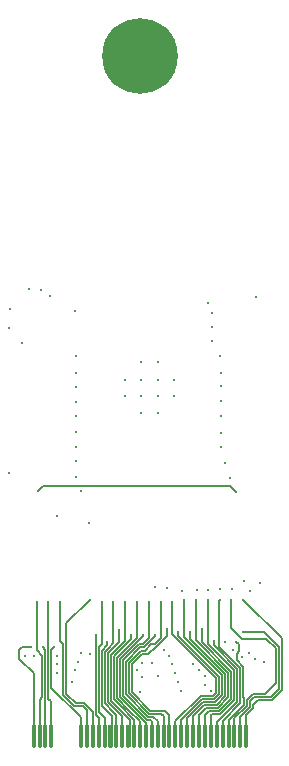
<source format=gbr>
%TF.GenerationSoftware,KiCad,Pcbnew,7.0.5*%
%TF.CreationDate,2023-09-25T03:15:30-05:00*%
%TF.ProjectId,Chimera_Nimean,4368696d-6572-4615-9f4e-696d65616e2e,rev?*%
%TF.SameCoordinates,Original*%
%TF.FileFunction,Copper,L4,Bot*%
%TF.FilePolarity,Positive*%
%FSLAX46Y46*%
G04 Gerber Fmt 4.6, Leading zero omitted, Abs format (unit mm)*
G04 Created by KiCad (PCBNEW 7.0.5) date 2023-09-25 03:15:30*
%MOMM*%
%LPD*%
G01*
G04 APERTURE LIST*
%TA.AperFunction,ConnectorPad*%
%ADD10C,6.400000*%
%TD*%
%TA.AperFunction,ComponentPad*%
%ADD11C,3.600000*%
%TD*%
%TA.AperFunction,SMDPad,CuDef*%
%ADD12R,0.350000X1.950000*%
%TD*%
%TA.AperFunction,ViaPad*%
%ADD13C,0.330000*%
%TD*%
%TA.AperFunction,Conductor*%
%ADD14C,0.127000*%
%TD*%
G04 APERTURE END LIST*
D10*
%TO.P,H1,1*%
%TO.N,N/C*%
X155000000Y-71000000D03*
D11*
X155000000Y-71000000D03*
%TD*%
D12*
%TO.P,U2,2,1*%
%TO.N,Net-(CN1-1-Pad73)*%
X164000000Y-128575000D03*
%TO.P,U2,4,1*%
%TO.N,Net-(CN1-1-Pad71)*%
X163500000Y-128575000D03*
%TO.P,U2,6,1*%
%TO.N,Net-(CN1-1-Pad69)*%
X163000000Y-128575000D03*
%TO.P,U2,8,1*%
%TO.N,BOOT*%
X162500000Y-128575000D03*
%TO.P,U2,10,1*%
%TO.N,IO35*%
X162000000Y-128575000D03*
%TO.P,U2,12,12*%
%TO.N,IO36*%
X161500000Y-128575000D03*
%TO.P,U2,14,14*%
%TO.N,IO37*%
X161000000Y-128575000D03*
%TO.P,U2,16,16*%
%TO.N,IO38*%
X160500000Y-128575000D03*
%TO.P,U2,18,18*%
%TO.N,IO39*%
X160000000Y-128575000D03*
%TO.P,U2,20,20*%
%TO.N,IO40*%
X159500000Y-128575000D03*
%TO.P,U2,22,20*%
%TO.N,IO41*%
X159000000Y-128575000D03*
%TO.P,U2,24,20*%
%TO.N,IO42*%
X158500000Y-128575000D03*
%TO.P,U2,26,20*%
%TO.N,RXD0*%
X158000000Y-128575000D03*
%TO.P,U2,28,20*%
%TO.N,TXD0*%
X157500000Y-128575000D03*
%TO.P,U2,30,20*%
%TO.N,IO2*%
X157000000Y-128575000D03*
%TO.P,U2,32,20*%
%TO.N,IO1*%
X156500000Y-128575000D03*
%TO.P,U2,34,20*%
%TO.N,IO45*%
X156000000Y-128575000D03*
%TO.P,U2,36,20*%
%TO.N,IO48*%
X155500000Y-128575000D03*
%TO.P,U2,38,20*%
%TO.N,IO47*%
X155000000Y-128575000D03*
%TO.P,U2,40,20*%
%TO.N,IO21*%
X154500000Y-128575000D03*
%TO.P,U2,42,20*%
%TO.N,IO14*%
X154000000Y-128575000D03*
%TO.P,U2,44,20*%
%TO.N,IO13*%
X153500000Y-128575000D03*
%TO.P,U2,46,20*%
%TO.N,IO12*%
X153000000Y-128575000D03*
%TO.P,U2,48,20*%
%TO.N,IO11*%
X152500000Y-128575000D03*
%TO.P,U2,50,20*%
%TO.N,IO10*%
X152000000Y-128575000D03*
%TO.P,U2,52,20*%
%TO.N,IO9*%
X151500000Y-128575000D03*
%TO.P,U2,54,20*%
%TO.N,IO46*%
X151000000Y-128575000D03*
%TO.P,U2,56,20*%
%TO.N,IO3*%
X150500000Y-128575000D03*
%TO.P,U2,58,20*%
%TO.N,Net-(CN1-1-Pad9)*%
X150000000Y-128575000D03*
%TO.P,U2,68,1*%
%TO.N,Net-(CN1-1-Pad7)*%
X147500000Y-128575000D03*
%TO.P,U2,70,1*%
%TO.N,Net-(CN1-1-Pad5)*%
X147000000Y-128575000D03*
%TO.P,U2,72,1*%
%TO.N,Net-(CN1-1-Pad3)*%
X146500000Y-128575000D03*
%TO.P,U2,74,1*%
%TO.N,+3V3*%
X146000000Y-128575000D03*
%TD*%
D13*
%TO.N,GND*%
X164300000Y-116300000D03*
%TO.N,BOOT*%
X146400000Y-107800000D03*
%TO.N,Net-(CN1-1-Pad2)*%
X145250000Y-121750000D03*
%TO.N,Net-(CN1-1-Pad4)*%
X146000000Y-121750000D03*
%TO.N,Net-(CN1-1-Pad6)*%
X148000000Y-121750000D03*
%TO.N,Net-(CN1-1-Pad8)*%
X148000000Y-122500000D03*
%TO.N,Net-(CN1-1-Pad10)*%
X148000000Y-123250000D03*
%TO.N,Net-(CN1-20-Pad58)*%
X160500000Y-123500000D03*
%TO.N,Net-(CN1-20-Pad60)*%
X160500191Y-124250000D03*
%TO.N,Net-(CN1-20-Pad62)*%
X161000064Y-124750000D03*
%TO.N,Net-(CN1-20-Pad64)*%
X162200000Y-120600000D03*
%TO.N,Net-(CN1-1-Pad66)*%
X162900000Y-121300000D03*
%TO.N,Net-(CN1-1-Pad68)*%
X163600000Y-121900000D03*
%TO.N,Net-(CN1-1-Pad70)*%
X164250000Y-121500000D03*
%TO.N,Net-(CN1-1-Pad72)*%
X164750000Y-122000000D03*
%TO.N,Net-(CN1-1-Pad74)*%
X165500000Y-122250000D03*
%TO.N,Net-(CN1-1-Pad3)*%
X146250000Y-117250000D03*
%TO.N,Net-(CN1-1-Pad5)*%
X146750000Y-121000000D03*
%TO.N,Net-(CN1-1-Pad7)*%
X147250000Y-117250000D03*
%TO.N,Net-(CN1-1-Pad69)*%
X162750000Y-117000000D03*
%TO.N,Net-(CN1-1-Pad71)*%
X163700000Y-119750000D03*
%TO.N,Net-(CN1-1-Pad73)*%
X163750000Y-117000000D03*
%TO.N,GND*%
X153700000Y-98400000D03*
X144000000Y-92400000D03*
X156500000Y-101200000D03*
X155100000Y-101200000D03*
X155100000Y-96900000D03*
X143900000Y-106300000D03*
X156500000Y-96900000D03*
X145000000Y-95300000D03*
X153700000Y-99800000D03*
X157900000Y-99800000D03*
X148000000Y-109900000D03*
X157900000Y-98400000D03*
X164800000Y-91400000D03*
X156500000Y-98400000D03*
X155100000Y-99800000D03*
X155100000Y-98400000D03*
X146600000Y-90800000D03*
X156500000Y-99800000D03*
X147342873Y-91310718D03*
X163800000Y-115400000D03*
%TO.N,+3V3*%
X149500000Y-92600000D03*
X165200000Y-115600000D03*
X145750000Y-121000000D03*
X145625000Y-90675000D03*
X143900000Y-94000000D03*
%TO.N,IO4*%
X160800000Y-91900000D03*
X158250000Y-124000000D03*
%TO.N,IO5*%
X149600000Y-96400000D03*
X158000000Y-123250000D03*
%TO.N,IO1*%
X156250000Y-120000000D03*
X156300000Y-115900000D03*
X161100000Y-92700000D03*
%TO.N,IO6*%
X157750000Y-122500000D03*
X149600000Y-97800000D03*
%TO.N,IO2*%
X161100000Y-93900000D03*
X156750000Y-117250000D03*
%TO.N,IO7*%
X149600000Y-99000000D03*
X157500000Y-121750000D03*
%TO.N,TXD0*%
X161100000Y-95100000D03*
X157250000Y-119500000D03*
X157250000Y-116000000D03*
%TO.N,IO15*%
X157000000Y-121250000D03*
X149600000Y-100300000D03*
%TO.N,RXD0*%
X161800000Y-96400000D03*
X157750000Y-117250000D03*
%TO.N,IO16*%
X149600000Y-101500000D03*
X156500000Y-123500000D03*
%TO.N,IO42*%
X161900000Y-97800000D03*
X158600000Y-116300000D03*
X158250000Y-119750000D03*
%TO.N,IO17*%
X155000000Y-124800000D03*
X149600000Y-102800000D03*
%TO.N,IO41*%
X161900000Y-98900000D03*
X158750000Y-117000000D03*
%TO.N,IO18*%
X149600000Y-104100000D03*
X156000000Y-122400000D03*
%TO.N,IO40*%
X159800000Y-116200000D03*
X161900000Y-100200000D03*
X159250000Y-119750000D03*
%TO.N,IO8*%
X155200000Y-122400000D03*
X149600000Y-105300000D03*
%TO.N,IO39*%
X159750000Y-117000000D03*
X161900000Y-101500000D03*
%TO.N,IO19*%
X149600000Y-106600000D03*
X155173977Y-123573977D03*
%TO.N,IO38*%
X160800000Y-116200000D03*
X161900000Y-102900000D03*
X160250000Y-119500000D03*
%TO.N,IO20*%
X150000000Y-107800000D03*
X154762500Y-122987500D03*
%TO.N,IO37*%
X160750000Y-117000000D03*
X161900000Y-104100000D03*
%TO.N,IO45*%
X155750000Y-117250000D03*
%TO.N,IO36*%
X161800000Y-116100000D03*
X161250000Y-120500000D03*
X162200000Y-105400000D03*
%TO.N,IO48*%
X155250000Y-120000000D03*
%TO.N,IO35*%
X162600000Y-106700000D03*
X161750000Y-117000000D03*
%TO.N,IO47*%
X154750000Y-117250000D03*
%TO.N,BOOT*%
X162800000Y-116100000D03*
X163160605Y-120560605D03*
X163100000Y-107900000D03*
%TO.N,IO21*%
X154250000Y-120000000D03*
%TO.N,IO14*%
X153750000Y-117250000D03*
%TO.N,IO13*%
X153250000Y-119600000D03*
%TO.N,IO12*%
X152750000Y-117250000D03*
%TO.N,IO11*%
X152250000Y-120600000D03*
%TO.N,IO10*%
X151750000Y-117250000D03*
%TO.N,IO9*%
X151250000Y-120000000D03*
%TO.N,IO46*%
X150750000Y-117000000D03*
%TO.N,IO3*%
X150700000Y-110500000D03*
X148250000Y-117250000D03*
%TO.N,Net-(CN1-1-Pad9)*%
X147750000Y-121000000D03*
%TO.N,Net-(CN1-Pad20)*%
X149250000Y-124000000D03*
%TO.N,Net-(CN1-20-Pad22)*%
X149500000Y-123000000D03*
%TO.N,Net-(CN1-20-Pad24)*%
X149750000Y-122250000D03*
%TO.N,Net-(CN1-20-Pad26)*%
X150000000Y-121500000D03*
%TO.N,Net-(CN1-20-Pad28)*%
X150800000Y-121600000D03*
%TO.N,Net-(CN1-20-Pad52)*%
X158500000Y-124750000D03*
%TO.N,Net-(CN1-20-Pad54)*%
X159500000Y-122500000D03*
%TO.N,Net-(CN1-20-Pad56)*%
X160000000Y-123000000D03*
%TD*%
D14*
%TO.N,Net-(CN1-1-Pad9)*%
X150000000Y-126964420D02*
X150000000Y-129475000D01*
X147504000Y-124468420D02*
X150000000Y-126964420D01*
X147504000Y-121246000D02*
X147504000Y-124468420D01*
X147750000Y-121000000D02*
X147504000Y-121246000D01*
%TO.N,IO3*%
X148250000Y-120500000D02*
X148250000Y-117250000D01*
X148500000Y-120750000D02*
X148250000Y-120500000D01*
X148500000Y-125105210D02*
X148500000Y-120750000D01*
X150194790Y-126054000D02*
X149448790Y-126054000D01*
X150500000Y-126359210D02*
X150194790Y-126054000D01*
X150500000Y-129475000D02*
X150500000Y-126359210D01*
X149448790Y-126054000D02*
X148500000Y-125105210D01*
%TO.N,IO46*%
X150996000Y-126496000D02*
X150996000Y-126855210D01*
X150300000Y-125800000D02*
X150996000Y-126496000D01*
X149554000Y-125800000D02*
X150300000Y-125800000D01*
X148754000Y-118996000D02*
X148754000Y-125000000D01*
X150996000Y-126855210D02*
X151000000Y-126859210D01*
X151000000Y-126859210D02*
X151000000Y-129475000D01*
X150750000Y-117000000D02*
X148754000Y-118996000D01*
X148754000Y-125000000D02*
X149554000Y-125800000D01*
%TO.N,Net-(CN1-1-Pad73)*%
X167000000Y-124700000D02*
X167000000Y-120250000D01*
X164992000Y-125508000D02*
X166192000Y-125508000D01*
X164600000Y-125900000D02*
X164992000Y-125508000D01*
X164000000Y-126777630D02*
X164600000Y-126177630D01*
X164600000Y-126177630D02*
X164600000Y-125900000D01*
X164000000Y-129475000D02*
X164000000Y-126777630D01*
X166192000Y-125508000D02*
X167000000Y-124700000D01*
X167000000Y-120250000D02*
X163750000Y-117000000D01*
%TO.N,Net-(CN1-1-Pad71)*%
X163500000Y-126918420D02*
X163500000Y-129475000D01*
X164684815Y-125254000D02*
X164308000Y-125630815D01*
X164308000Y-126110420D02*
X163500000Y-126918420D01*
X166064420Y-125254000D02*
X164684815Y-125254000D01*
X166746000Y-124572420D02*
X166064420Y-125254000D01*
X166746000Y-120996000D02*
X166746000Y-124572420D01*
X165500000Y-119750000D02*
X166746000Y-120996000D01*
X164308000Y-125630815D02*
X164308000Y-126110420D01*
X163700000Y-119750000D02*
X165500000Y-119750000D01*
%TO.N,Net-(CN1-1-Pad69)*%
X162750000Y-119450000D02*
X162750000Y-117000000D01*
X163606605Y-120306605D02*
X162750000Y-119450000D01*
X165697395Y-120306605D02*
X163606605Y-120306605D01*
X165600000Y-125000000D02*
X166492000Y-124108000D01*
X164054000Y-125525605D02*
X164579605Y-125000000D01*
X166492000Y-124108000D02*
X166492000Y-121101210D01*
X164054000Y-126005210D02*
X164054000Y-125525605D01*
X166492000Y-121101210D02*
X165697395Y-120306605D01*
X163000000Y-127059210D02*
X164054000Y-126005210D01*
X163000000Y-129475000D02*
X163000000Y-127059210D01*
X164579605Y-125000000D02*
X165600000Y-125000000D01*
%TO.N,BOOT*%
X163400000Y-120800000D02*
X163160605Y-120560605D01*
X163400000Y-121390435D02*
X163400000Y-120800000D01*
X163182500Y-121607935D02*
X163400000Y-121390435D01*
X163754000Y-125254000D02*
X163754000Y-122676370D01*
X163800000Y-125300000D02*
X163754000Y-125254000D01*
X163800000Y-125900000D02*
X163800000Y-125300000D01*
X162500000Y-127200000D02*
X163800000Y-125900000D01*
X163754000Y-122676370D02*
X163182500Y-122104870D01*
X162500000Y-129475000D02*
X162500000Y-127200000D01*
X163182500Y-122104870D02*
X163182500Y-121607935D01*
%TO.N,IO35*%
X161700000Y-117050000D02*
X161750000Y-117000000D01*
X161700000Y-120981580D02*
X161700000Y-117050000D01*
X163500000Y-122781580D02*
X161700000Y-120981580D01*
X162000000Y-127259210D02*
X163500000Y-125759210D01*
X162000000Y-129475000D02*
X162000000Y-127259210D01*
X163500000Y-125759210D02*
X163500000Y-122781580D01*
%TO.N,IO36*%
X163246000Y-122886790D02*
X161250000Y-120890790D01*
X163246000Y-125654000D02*
X163246000Y-122886790D01*
X161500000Y-129475000D02*
X161500000Y-127400000D01*
X161500000Y-127400000D02*
X163246000Y-125654000D01*
X161250000Y-120890790D02*
X161250000Y-120500000D01*
%TO.N,IO37*%
X162992000Y-122992000D02*
X160750000Y-120750000D01*
X162992000Y-125503759D02*
X162992000Y-122992000D01*
X161804259Y-126691500D02*
X162992000Y-125503759D01*
X160750000Y-120750000D02*
X160750000Y-117000000D01*
X161108500Y-126691500D02*
X161804259Y-126691500D01*
X161000000Y-126800000D02*
X161108500Y-126691500D01*
X161000000Y-129475000D02*
X161000000Y-126800000D01*
%TO.N,IO38*%
X160500000Y-126800000D02*
X160500000Y-129475000D01*
X160862500Y-126437500D02*
X160500000Y-126800000D01*
X161699049Y-126437500D02*
X160862500Y-126437500D01*
X162738000Y-125398549D02*
X161699049Y-126437500D01*
X162738000Y-123097210D02*
X162738000Y-125398549D01*
X160250000Y-120609210D02*
X162738000Y-123097210D01*
X160250000Y-119500000D02*
X160250000Y-120609210D01*
%TO.N,IO39*%
X159750000Y-120468420D02*
X159750000Y-117000000D01*
X162484000Y-123202420D02*
X159750000Y-120468420D01*
X160000000Y-126800000D02*
X160616500Y-126183500D01*
X160000000Y-129475000D02*
X160000000Y-126800000D01*
X160616500Y-126183500D02*
X161593839Y-126183500D01*
X161593839Y-126183500D02*
X162484000Y-125293339D01*
X162484000Y-125293339D02*
X162484000Y-123202420D01*
%TO.N,IO40*%
X162230000Y-123307630D02*
X159250000Y-120327630D01*
X162230000Y-125188129D02*
X162230000Y-123307630D01*
X159250000Y-120327630D02*
X159250000Y-119750000D01*
X161488629Y-125929500D02*
X162230000Y-125188129D01*
X160448130Y-125929500D02*
X161488629Y-125929500D01*
X159500000Y-126877630D02*
X160448130Y-125929500D01*
X159500000Y-129475000D02*
X159500000Y-126877630D01*
%TO.N,IO41*%
X158750000Y-120186840D02*
X158750000Y-117000000D01*
X161976000Y-123412840D02*
X158750000Y-120186840D01*
X161976000Y-125082919D02*
X161976000Y-123412840D01*
X160342920Y-125675500D02*
X161383419Y-125675500D01*
X159000000Y-127018420D02*
X160342920Y-125675500D01*
X161383419Y-125675500D02*
X161976000Y-125082919D01*
X159000000Y-129475000D02*
X159000000Y-127018420D01*
%TO.N,IO42*%
X161722000Y-124977709D02*
X161722000Y-123518050D01*
X160237710Y-125421500D02*
X161278209Y-125421500D01*
X161722000Y-123518050D02*
X158250000Y-120046050D01*
X158500000Y-127159210D02*
X160237710Y-125421500D01*
X161278209Y-125421500D02*
X161722000Y-124977709D01*
X158500000Y-129475000D02*
X158500000Y-127159210D01*
X158250000Y-120046050D02*
X158250000Y-119750000D01*
%TO.N,RXD0*%
X161468000Y-124872499D02*
X161468000Y-123623260D01*
X161172999Y-125167500D02*
X161468000Y-124872499D01*
X160132500Y-125167500D02*
X161172999Y-125167500D01*
X158000000Y-127300000D02*
X160132500Y-125167500D01*
X158000000Y-129475000D02*
X158000000Y-127300000D01*
X161468000Y-123623260D02*
X157750000Y-119905260D01*
X157750000Y-119905260D02*
X157750000Y-117250000D01*
%TO.N,IO45*%
X155750000Y-120250000D02*
X155750000Y-117250000D01*
X155250000Y-120750000D02*
X155750000Y-120250000D01*
X155864630Y-127162000D02*
X155567260Y-127162000D01*
X156000000Y-127297370D02*
X155864630Y-127162000D01*
X154936840Y-120750000D02*
X155250000Y-120750000D01*
X156000000Y-129475000D02*
X156000000Y-127297370D01*
X155567260Y-127162000D02*
X153536000Y-125130740D01*
X153536000Y-125130740D02*
X153536000Y-122150840D01*
X153536000Y-122150840D02*
X154936840Y-120750000D01*
%TO.N,IO1*%
X156250000Y-120109210D02*
X156250000Y-120000000D01*
X155336185Y-121023025D02*
X156250000Y-120109210D01*
X155023025Y-121023025D02*
X155336185Y-121023025D01*
X155672470Y-126908000D02*
X153790000Y-125025530D01*
X156108000Y-126908000D02*
X155672470Y-126908000D01*
X153790000Y-122256050D02*
X155023025Y-121023025D01*
X156500000Y-129475000D02*
X156500000Y-127300000D01*
X156500000Y-127300000D02*
X156108000Y-126908000D01*
X153790000Y-125025530D02*
X153790000Y-122256050D01*
%TO.N,IO2*%
X157000000Y-126900000D02*
X157000000Y-129475000D01*
X156754000Y-126654000D02*
X157000000Y-126900000D01*
X155777680Y-126654000D02*
X156754000Y-126654000D01*
X154044000Y-122361260D02*
X154044000Y-124920320D01*
X154044000Y-124920320D02*
X155777680Y-126654000D01*
X155077630Y-121327630D02*
X154044000Y-122361260D01*
X155390790Y-121327630D02*
X155077630Y-121327630D01*
X156250000Y-120750000D02*
X155968420Y-120750000D01*
X156750000Y-120250000D02*
X156250000Y-120750000D01*
X156750000Y-117250000D02*
X156750000Y-120250000D01*
X155968420Y-120750000D02*
X155390790Y-121327630D01*
%TO.N,TXD0*%
X157500000Y-126800000D02*
X157500000Y-129475000D01*
X157100000Y-126400000D02*
X157500000Y-126800000D01*
X155882890Y-126400000D02*
X157100000Y-126400000D01*
X155164470Y-121600000D02*
X154298000Y-122466470D01*
X154298000Y-124815110D02*
X155882890Y-126400000D01*
X156000000Y-121250000D02*
X155650000Y-121600000D01*
X156109210Y-121250000D02*
X156000000Y-121250000D01*
X154298000Y-122466470D02*
X154298000Y-124815110D01*
X155650000Y-121600000D02*
X155164470Y-121600000D01*
X157250000Y-120109210D02*
X156109210Y-121250000D01*
X157250000Y-119500000D02*
X157250000Y-120109210D01*
%TO.N,BOOT*%
X162582500Y-107382500D02*
X163100000Y-107900000D01*
X146817500Y-107382500D02*
X162582500Y-107382500D01*
X146400000Y-107800000D02*
X146817500Y-107382500D01*
%TO.N,Net-(CN1-1-Pad3)*%
X146742000Y-125258000D02*
X146742000Y-121742000D01*
X146500000Y-125500000D02*
X146742000Y-125258000D01*
X146250000Y-121250000D02*
X146250000Y-117250000D01*
X146500000Y-129475000D02*
X146500000Y-125500000D01*
X146742000Y-121742000D02*
X146250000Y-121250000D01*
%TO.N,Net-(CN1-1-Pad5)*%
X146996000Y-125488000D02*
X146996000Y-121246000D01*
X147000000Y-129475000D02*
X147000000Y-125492000D01*
X147000000Y-125492000D02*
X146996000Y-125488000D01*
X146996000Y-121246000D02*
X146750000Y-121000000D01*
%TO.N,Net-(CN1-1-Pad7)*%
X147250000Y-125382790D02*
X147500000Y-125632790D01*
X147250000Y-117250000D02*
X147250000Y-125382790D01*
X147500000Y-125632790D02*
X147500000Y-129475000D01*
%TO.N,+3V3*%
X146000000Y-123250000D02*
X144750000Y-122000000D01*
X146000000Y-129475000D02*
X146000000Y-123250000D01*
X145000000Y-121000000D02*
X145750000Y-121000000D01*
X144750000Y-121250000D02*
X145000000Y-121000000D01*
X144750000Y-122000000D02*
X144750000Y-121250000D01*
%TO.N,IO48*%
X154648025Y-126601975D02*
X153282000Y-125235950D01*
X153663815Y-121663815D02*
X155250000Y-120077630D01*
X155500000Y-127453950D02*
X154648025Y-126601975D01*
X155250000Y-120077630D02*
X155250000Y-120000000D01*
X153282000Y-125235950D02*
X153282000Y-125000000D01*
X153282000Y-125000000D02*
X153282000Y-124250000D01*
X153282000Y-122750000D02*
X153282000Y-122045630D01*
X155500000Y-129475000D02*
X155500000Y-127453950D01*
X153282000Y-122045630D02*
X153663815Y-121663815D01*
X153282000Y-124250000D02*
X153282000Y-122750000D01*
%TO.N,IO47*%
X153028000Y-125341160D02*
X153028000Y-124250000D01*
X154750000Y-118500000D02*
X154750000Y-117250000D01*
X154093420Y-126406580D02*
X153028000Y-125341160D01*
X155000000Y-129475000D02*
X155000000Y-127313160D01*
X153028000Y-121940420D02*
X153609210Y-121359210D01*
X154750000Y-120218420D02*
X154750000Y-118500000D01*
X153028000Y-124250000D02*
X153028000Y-121940420D01*
X155000000Y-127313160D02*
X154093420Y-126406580D01*
X153609210Y-121359210D02*
X154750000Y-120218420D01*
%TO.N,IO21*%
X154500000Y-129475000D02*
X154500000Y-127172370D01*
X152774000Y-124750000D02*
X152774000Y-121835210D01*
X154500000Y-127172370D02*
X153288815Y-125961185D01*
X154250000Y-120359210D02*
X154250000Y-120000000D01*
X152774000Y-125446370D02*
X152774000Y-124750000D01*
X152929605Y-121679605D02*
X154250000Y-120359210D01*
X152774000Y-121835210D02*
X152929605Y-121679605D01*
X153288815Y-125961185D02*
X152774000Y-125446370D01*
%TO.N,IO14*%
X152520000Y-121730000D02*
X153750000Y-120500000D01*
X154000000Y-129475000D02*
X154025000Y-129475000D01*
X154025000Y-129475000D02*
X154134500Y-129365500D01*
X154134500Y-129365500D02*
X154134500Y-127166080D01*
X153750000Y-120500000D02*
X153750000Y-117250000D01*
X152520000Y-125551580D02*
X152520000Y-121730000D01*
X154134500Y-127166080D02*
X152520000Y-125551580D01*
%TO.N,IO13*%
X153250000Y-119600000D02*
X153250000Y-120581630D01*
X152266000Y-125656790D02*
X153500000Y-126890790D01*
X153250000Y-120581630D02*
X152266000Y-121565630D01*
X153500000Y-126890790D02*
X153500000Y-129475000D01*
X152266000Y-121565630D02*
X152266000Y-125656790D01*
%TO.N,IO12*%
X152012000Y-125762000D02*
X152012000Y-125500000D01*
X152750000Y-126500000D02*
X152012000Y-125762000D01*
X152750000Y-120000000D02*
X152750000Y-117250000D01*
X153000000Y-129475000D02*
X153000000Y-126750000D01*
X152361210Y-121111210D02*
X152750000Y-120722420D01*
X153000000Y-126750000D02*
X152750000Y-126500000D01*
X152012000Y-121460420D02*
X152361210Y-121111210D01*
X152750000Y-120722420D02*
X152750000Y-120000000D01*
X152012000Y-125500000D02*
X152012000Y-121460420D01*
%TO.N,IO11*%
X152634500Y-126876500D02*
X152634500Y-129365500D01*
X151758000Y-121355210D02*
X151758000Y-126000000D01*
X152634500Y-129365500D02*
X152525000Y-129475000D01*
X152250000Y-120863210D02*
X151758000Y-121355210D01*
X151758000Y-126000000D02*
X152634500Y-126876500D01*
X152250000Y-120600000D02*
X152250000Y-120863210D01*
X152525000Y-129475000D02*
X152500000Y-129475000D01*
%TO.N,IO10*%
X152000000Y-126996000D02*
X151504000Y-126500000D01*
X151750000Y-120750000D02*
X151750000Y-117250000D01*
X152000000Y-129475000D02*
X152000000Y-126996000D01*
X151504000Y-120996000D02*
X151750000Y-120750000D01*
X151504000Y-126500000D02*
X151504000Y-121250000D01*
X151504000Y-121250000D02*
X151504000Y-120996000D01*
%TO.N,IO9*%
X151250000Y-126750000D02*
X151500000Y-127000000D01*
X151250000Y-120000000D02*
X151250000Y-126750000D01*
X151500000Y-127000000D02*
X151500000Y-129475000D01*
%TD*%
M02*

</source>
